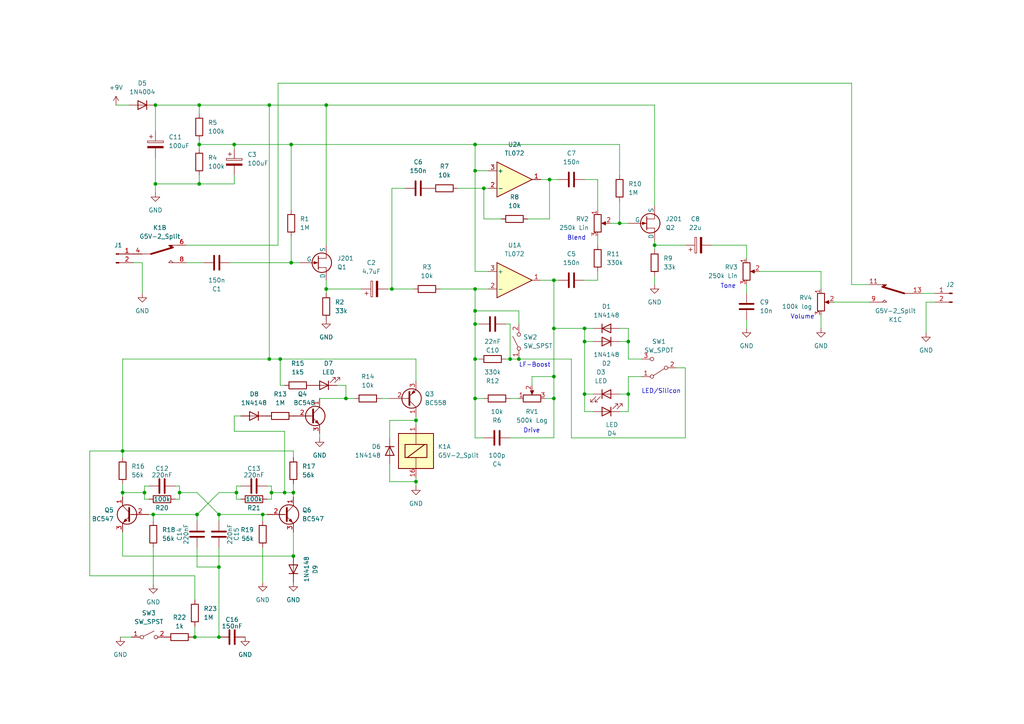
<source format=kicad_sch>
(kicad_sch (version 20230121) (generator eeschema)
  (paper "A4")
  (title_block (title "Bass Overdrive V1") (date "2023-07-23") (rev "2") (company "Dennis Gunia"))
  (lib_symbols
    (symbol "Amplifier_Operational:TL072" (pin_names (offset 0.127))
      (property "Reference" "U" (at 0 5.08 0))
      (property "Value" "TL072" (at 0 -5.08 0))
      (symbol "TL072_1_1"
        (polyline (pts (xy -5.08 5.08) (xy 5.08 0) (xy -5.08 -5.08) (xy -5.08 5.08)) (stroke (width 0.254)) (fill (type background)))
        (pin output line (at 7.62 0 180) (length 2.54) (name "~") (number "1"))
        (pin input line (at -7.62 -2.54 0) (length 2.54) (name "-") (number "2"))
        (pin input line (at -7.62 2.54 0) (length 2.54) (name "+") (number "3"))
      )
      (symbol "TL072_2_1"
        (polyline (pts (xy -5.08 5.08) (xy 5.08 0) (xy -5.08 -5.08) (xy -5.08 5.08)) (stroke (width 0.254)) (fill (type background)))
        (pin input line (at -7.62 2.54 0) (length 2.54) (name "+") (number "5"))
        (pin input line (at -7.62 -2.54 0) (length 2.54) (name "-") (number "6"))
        (pin output line (at 7.62 0 180) (length 2.54) (name "~") (number "7"))
      )
      (symbol "TL072_3_1"
        (pin power_in line (at -2.54 -7.62 90) (length 3.81) (name "V-") (number "4"))
        (pin power_in line (at -2.54 7.62 270) (length 3.81) (name "V+") (number "8"))
      )
    )
    (symbol "Connector:Conn_01x02_Pin" (pin_names (offset 1.016) hide)
      (property "Reference" "J" (at 0 2.54 0))
      (property "Value" "Conn_01x02_Pin" (at 0 -5.08 0))
      (symbol "Conn_01x02_Pin_1_1"
        (polyline (pts (xy 1.27 -2.54) (xy 0.8636 -2.54)) (stroke (width 0.1524)))
        (polyline (pts (xy 1.27 0) (xy 0.8636 0)) (stroke (width 0.1524)))
        (rectangle (start 0.8636 -2.413) (end 0 -2.667) (stroke (width 0.1524)) (fill (type outline)))
        (rectangle (start 0.8636 0.127) (end 0 -0.127) (stroke (width 0.1524)) (fill (type outline)))
        (pin passive line (at 5.08 0 180) (length 3.81) (name "Pin_1") (number "1"))
        (pin passive line (at 5.08 -2.54 180) (length 3.81) (name "Pin_2") (number "2"))
      )
    )
    (symbol "Device:C" (pin_numbers hide) (pin_names (offset 0.254))
      (property "Reference" "C" (at 0.635 2.54 0))
      (property "Value" "C" (at 0.635 -2.54 0))
      (symbol "C_0_1"
        (polyline (pts (xy -2.032 -0.762) (xy 2.032 -0.762)) (stroke (width 0.508)))
        (polyline (pts (xy -2.032 0.762) (xy 2.032 0.762)) (stroke (width 0.508)))
      )
      (symbol "C_1_1"
        (pin passive line (at 0 3.81 270) (length 2.794) (name "~") (number "1"))
        (pin passive line (at 0 -3.81 90) (length 2.794) (name "~") (number "2"))
      )
    )
    (symbol "Device:C_Polarized" (pin_numbers hide) (pin_names (offset 0.254))
      (property "Reference" "C" (at 0.635 2.54 0))
      (property "Value" "C_Polarized" (at 0.635 -2.54 0))
      (symbol "C_Polarized_0_1"
        (rectangle (start -2.286 0.508) (end 2.286 1.016))
        (polyline (pts (xy -1.778 2.286) (xy -0.762 2.286)))
        (polyline (pts (xy -1.27 2.794) (xy -1.27 1.778)))
        (rectangle (start 2.286 -0.508) (end -2.286 -1.016) (fill (type outline)))
      )
      (symbol "C_Polarized_1_1"
        (pin passive line (at 0 3.81 270) (length 2.794) (name "~") (number "1"))
        (pin passive line (at 0 -3.81 90) (length 2.794) (name "~") (number "2"))
      )
    )
    (symbol "Device:LED" (pin_numbers hide) (pin_names (offset 1.016) hide)
      (property "Reference" "D" (at 0 2.54 0))
      (property "Value" "LED" (at 0 -2.54 0))
      (symbol "LED_0_1"
        (polyline (pts (xy -1.27 -1.27) (xy -1.27 1.27)) (stroke (width 0.254)))
        (polyline (pts (xy -1.27 0) (xy 1.27 0)))
        (polyline (pts (xy 1.27 -1.27) (xy 1.27 1.27) (xy -1.27 0) (xy 1.27 -1.27)) (stroke (width 0.254)))
        (polyline (pts (xy -3.048 -0.762) (xy -4.572 -2.286) (xy -3.81 -2.286) (xy -4.572 -2.286) (xy -4.572 -1.524)))
        (polyline (pts (xy -1.778 -0.762) (xy -3.302 -2.286) (xy -2.54 -2.286) (xy -3.302 -2.286) (xy -3.302 -1.524)))
      )
      (symbol "LED_1_1"
        (pin passive line (at -3.81 0 0) (length 2.54) (name "K") (number "1"))
        (pin passive line (at 3.81 0 180) (length 2.54) (name "A") (number "2"))
      )
    )
    (symbol "Device:R" (pin_numbers hide) (pin_names (offset 0))
      (property "Reference" "R" (at 2.032 0 90))
      (property "Value" "R" (at 0 0 90))
      (symbol "R_0_1"
        (rectangle (start -1.016 -2.54) (end 1.016 2.54) (stroke (width 0.254)))
      )
      (symbol "R_1_1"
        (pin passive line (at 0 3.81 270) (length 1.27) (name "~") (number "1"))
        (pin passive line (at 0 -3.81 90) (length 1.27) (name "~") (number "2"))
      )
    )
    (symbol "Device:R_Potentiometer" (pin_names (offset 1.016) hide)
      (property "Reference" "RV" (at -4.445 0 90))
      (property "Value" "R_Potentiometer" (at -2.54 0 90))
      (symbol "R_Potentiometer_0_1"
        (polyline (pts (xy 2.54 0) (xy 1.524 0)))
        (polyline (pts (xy 1.143 0) (xy 2.286 0.508) (xy 2.286 -0.508) (xy 1.143 0)) (fill (type outline)))
        (rectangle (start 1.016 2.54) (end -1.016 -2.54) (stroke (width 0.254)))
      )
      (symbol "R_Potentiometer_1_1"
        (pin passive line (at 0 3.81 270) (length 1.27) (name "1") (number "1"))
        (pin passive line (at 3.81 0 180) (length 1.27) (name "2") (number "2"))
        (pin passive line (at 0 -3.81 90) (length 1.27) (name "3") (number "3"))
      )
    )
    (symbol "Diode:1N4004" (pin_numbers hide) (pin_names hide)
      (property "Reference" "D" (at 0 2.54 0))
      (property "Value" "1N4004" (at 0 -2.54 0))
      (symbol "1N4004_0_1"
        (polyline (pts (xy -1.27 1.27) (xy -1.27 -1.27)) (stroke (width 0.254)))
        (polyline (pts (xy 1.27 0) (xy -1.27 0)))
        (polyline (pts (xy 1.27 1.27) (xy 1.27 -1.27) (xy -1.27 0) (xy 1.27 1.27)) (stroke (width 0.254)))
      )
      (symbol "1N4004_1_1"
        (pin passive line (at -3.81 0 0) (length 2.54) (name "K") (number "1"))
        (pin passive line (at 3.81 0 180) (length 2.54) (name "A") (number "2"))
      )
    )
    (symbol "Diode:1N4148" (pin_numbers hide) (pin_names hide)
      (property "Reference" "D" (at 0 2.54 0))
      (property "Value" "1N4148" (at 0 -2.54 0))
      (symbol "1N4148_0_1"
        (polyline (pts (xy -1.27 1.27) (xy -1.27 -1.27)) (stroke (width 0.254)))
        (polyline (pts (xy 1.27 0) (xy -1.27 0)))
        (polyline (pts (xy 1.27 1.27) (xy 1.27 -1.27) (xy -1.27 0) (xy 1.27 1.27)) (stroke (width 0.254)))
      )
      (symbol "1N4148_1_1"
        (pin passive line (at -3.81 0 0) (length 2.54) (name "K") (number "1"))
        (pin passive line (at 3.81 0 180) (length 2.54) (name "A") (number "2"))
      )
    )
    (symbol "Relay:G5V-2_Split"
      (property "Reference" "K" (at 6.35 1.27 0))
      (property "Value" "G5V-2_Split" (at 6.35 -1.27 0))
      (symbol "G5V-2_Split_1_1"
        (rectangle (start -5.08 5.08) (end 5.08 -5.08) (stroke (width 0.254)) (fill (type background)))
        (rectangle (start -3.175 1.905) (end 3.175 -1.905) (stroke (width 0.254)))
        (polyline (pts (xy -2.54 -1.905) (xy 2.54 1.905)) (stroke (width 0.254)))
        (polyline (pts (xy 0 -5.08) (xy 0 -1.905)))
        (polyline (pts (xy 0 5.08) (xy 0 1.905)))
        (pin passive line (at 0 7.62 270) (length 2.54) (name "~") (number "1"))
        (pin passive line (at 0 -7.62 90) (length 2.54) (name "~") (number "16"))
      )
      (symbol "G5V-2_Split_2_1"
        (polyline (pts (xy 0 -2.54) (xy -1.905 3.81)) (stroke (width 0.508)))
        (polyline (pts (xy 0 -2.54) (xy 0 -5.08)))
        (polyline (pts (xy -2.54 5.08) (xy -2.54 2.54) (xy -1.905 3.175) (xy -2.54 3.81)) (fill (type outline)))
        (polyline (pts (xy 2.54 5.08) (xy 2.54 2.54) (xy 1.905 3.175) (xy 2.54 3.81)))
        (pin passive line (at 0 -7.62 90) (length 2.54) (name "~") (number "4"))
        (pin passive line (at -2.54 7.62 270) (length 2.54) (name "~") (number "6"))
        (pin passive line (at 2.54 7.62 270) (length 2.54) (name "~") (number "8"))
      )
      (symbol "G5V-2_Split_3_1"
        (polyline (pts (xy 0 -2.54) (xy -1.905 3.81)) (stroke (width 0.508)))
        (polyline (pts (xy 0 -2.54) (xy 0 -5.08)))
        (polyline (pts (xy -2.54 5.08) (xy -2.54 2.54) (xy -1.905 3.175) (xy -2.54 3.81)) (fill (type outline)))
        (polyline (pts (xy 2.54 5.08) (xy 2.54 2.54) (xy 1.905 3.175) (xy 2.54 3.81)))
        (pin passive line (at -2.54 7.62 270) (length 2.54) (name "~") (number "11"))
        (pin passive line (at 0 -7.62 90) (length 2.54) (name "~") (number "13"))
        (pin passive line (at 2.54 7.62 270) (length 2.54) (name "~") (number "9"))
      )
    )
    (symbol "Simulation_SPICE:NJFET" (pin_numbers hide) (pin_names (offset 0))
      (property "Reference" "Q" (at 5.08 1.27 0))
      (property "Value" "NJFET" (at 5.08 -1.27 0))
      (symbol "NJFET_0_1"
        (polyline (pts (xy 0.254 1.905) (xy 0.254 -1.905) (xy 0.254 -1.905)) (stroke (width 0.254)))
        (polyline (pts (xy 2.54 -2.54) (xy 2.54 -1.27) (xy 0.254 -1.27)))
        (polyline (pts (xy 2.54 2.54) (xy 2.54 1.397) (xy 0.254 1.397)))
        (polyline (pts (xy 0 0) (xy -1.016 0.381) (xy -1.016 -0.381) (xy 0 0)) (fill (type outline)))
        (circle (center 1.27 0) (radius 2.8194) (stroke (width 0.254)))
      )
      (symbol "NJFET_1_1"
        (pin passive line (at 2.54 5.08 270) (length 2.54) (name "D") (number "1"))
        (pin input line (at -5.08 0 0) (length 5.334) (name "G") (number "2"))
        (pin passive line (at 2.54 -5.08 90) (length 2.54) (name "S") (number "3"))
      )
    )
    (symbol "Switch:SW_SPDT" (pin_names (offset 0) hide)
      (property "Reference" "SW" (at 0 4.318 0))
      (property "Value" "SW_SPDT" (at 0 -5.08 0))
      (symbol "SW_SPDT_0_0"
        (circle (center -2.032 0) (radius 0.508))
        (circle (center 2.032 -2.54) (radius 0.508))
      )
      (symbol "SW_SPDT_0_1"
        (polyline (pts (xy -1.524 0.254) (xy 1.651 2.286)))
        (circle (center 2.032 2.54) (radius 0.508))
      )
      (symbol "SW_SPDT_1_1"
        (pin passive line (at 5.08 2.54 180) (length 2.54) (name "A") (number "1"))
        (pin passive line (at -5.08 0 0) (length 2.54) (name "B") (number "2"))
        (pin passive line (at 5.08 -2.54 180) (length 2.54) (name "C") (number "3"))
      )
    )
    (symbol "Switch:SW_SPST" (pin_names (offset 0) hide)
      (property "Reference" "SW" (at 0 3.175 0))
      (property "Value" "SW_SPST" (at 0 -2.54 0))
      (symbol "SW_SPST_0_0"
        (circle (center -2.032 0) (radius 0.508))
        (polyline (pts (xy -1.524 0.254) (xy 1.524 1.778)))
        (circle (center 2.032 0) (radius 0.508))
      )
      (symbol "SW_SPST_1_1"
        (pin passive line (at -5.08 0 0) (length 2.54) (name "A") (number "1"))
        (pin passive line (at 5.08 0 180) (length 2.54) (name "B") (number "2"))
      )
    )
    (symbol "Transistor_BJT:BC547" (pin_names (offset 0) hide)
      (property "Reference" "Q" (at 5.08 1.905 0))
      (property "Value" "BC547" (at 5.08 0 0))
      (symbol "BC547_0_1"
        (polyline (pts (xy 0 0) (xy 0.635 0)))
        (polyline (pts (xy 0.635 0.635) (xy 2.54 2.54)))
        (polyline (pts (xy 0.635 -0.635) (xy 2.54 -2.54) (xy 2.54 -2.54)))
        (polyline (pts (xy 0.635 1.905) (xy 0.635 -1.905) (xy 0.635 -1.905)) (stroke (width 0.508)))
        (polyline (pts (xy 1.27 -1.778) (xy 1.778 -1.27) (xy 2.286 -2.286) (xy 1.27 -1.778) (xy 1.27 -1.778)) (fill (type outline)))
        (circle (center 1.27 0) (radius 2.8194) (stroke (width 0.254)))
      )
      (symbol "BC547_1_1"
        (pin passive line (at 2.54 5.08 270) (length 2.54) (name "C") (number "1"))
        (pin input line (at -5.08 0 0) (length 5.08) (name "B") (number "2"))
        (pin passive line (at 2.54 -5.08 90) (length 2.54) (name "E") (number "3"))
      )
    )
    (symbol "Transistor_BJT:BC548" (pin_names (offset 0) hide)
      (property "Reference" "Q" (at 5.08 1.905 0))
      (property "Value" "BC548" (at 5.08 0 0))
      (symbol "BC548_0_1"
        (polyline (pts (xy 0 0) (xy 0.635 0)))
        (polyline (pts (xy 0.635 0.635) (xy 2.54 2.54)))
        (polyline (pts (xy 0.635 -0.635) (xy 2.54 -2.54) (xy 2.54 -2.54)))
        (polyline (pts (xy 0.635 1.905) (xy 0.635 -1.905) (xy 0.635 -1.905)) (stroke (width 0.508)))
        (polyline (pts (xy 1.27 -1.778) (xy 1.778 -1.27) (xy 2.286 -2.286) (xy 1.27 -1.778) (xy 1.27 -1.778)) (fill (type outline)))
        (circle (center 1.27 0) (radius 2.8194) (stroke (width 0.254)))
      )
      (symbol "BC548_1_1"
        (pin passive line (at 2.54 5.08 270) (length 2.54) (name "C") (number "1"))
        (pin input line (at -5.08 0 0) (length 5.08) (name "B") (number "2"))
        (pin passive line (at 2.54 -5.08 90) (length 2.54) (name "E") (number "3"))
      )
    )
    (symbol "Transistor_BJT:BC558" (pin_names (offset 0) hide)
      (property "Reference" "Q" (at 5.08 1.905 0))
      (property "Value" "BC558" (at 5.08 0 0))
      (symbol "BC558_0_1"
        (polyline (pts (xy 0.635 0.635) (xy 2.54 2.54)))
        (polyline (pts (xy 0.635 -0.635) (xy 2.54 -2.54) (xy 2.54 -2.54)))
        (polyline (pts (xy 0.635 1.905) (xy 0.635 -1.905) (xy 0.635 -1.905)) (stroke (width 0.508)))
        (polyline (pts (xy 2.286 -1.778) (xy 1.778 -2.286) (xy 1.27 -1.27) (xy 2.286 -1.778) (xy 2.286 -1.778)) (fill (type outline)))
        (circle (center 1.27 0) (radius 2.8194) (stroke (width 0.254)))
      )
      (symbol "BC558_1_1"
        (pin passive line (at 2.54 5.08 270) (length 2.54) (name "C") (number "1"))
        (pin input line (at -5.08 0 0) (length 5.715) (name "B") (number "2"))
        (pin passive line (at 2.54 -5.08 90) (length 2.54) (name "E") (number "3"))
      )
    )
    (symbol "power:+9V" (power) (pin_names (offset 0))
      (property "Value" "+9V" (at 0 3.556 0))
      (symbol "+9V_0_1"
        (polyline (pts (xy -0.762 1.27) (xy 0 2.54)))
        (polyline (pts (xy 0 0) (xy 0 2.54)))
        (polyline (pts (xy 0 2.54) (xy 0.762 1.27)))
      )
      (symbol "+9V_1_1"
        (pin power_in line (at 0 0 90) (length 0) hide (name "+9V") (number "1"))
      )
    )
    (symbol "power:GND" (power) (pin_names (offset 0))
      (property "Value" "GND" (at 0 -3.81 0))
      (symbol "GND_0_1"
        (polyline (pts (xy 0 0) (xy 0 -1.27) (xy 1.27 -1.27) (xy 0 -2.54) (xy -1.27 -1.27) (xy 0 -1.27)))
      )
      (symbol "GND_1_1"
        (pin power_in line (at 0 0 270) (length 0) hide (name "GND") (number "1"))
      )
    )
  )
  (junction (at 52.07 142.875))
  (junction (at 100.33 115.57))
  (junction (at 169.545 99.06))
  (junction (at 182.245 114.3))
  (junction (at 150.495 104.14))
  (junction (at 179.705 64.77))
  (junction (at 63.5 164.465))
  (junction (at 137.795 115.57))
  (junction (at 63.5 149.225))
  (junction (at 45.085 53.34))
  (junction (at 44.45 149.225))
  (junction (at 35.56 130.81))
  (junction (at 137.795 104.14))
  (junction (at 113.665 83.82))
  (junction (at 137.795 90.17))
  (junction (at 56.515 184.785))
  (junction (at 84.455 41.91))
  (junction (at 169.545 95.25))
  (junction (at 35.56 142.875))
  (junction (at 147.955 104.14))
  (junction (at 137.795 49.53))
  (junction (at 81.28 104.14))
  (junction (at 160.655 115.57))
  (junction (at 137.795 83.82))
  (junction (at 85.09 142.875))
  (junction (at 137.795 93.98))
  (junction (at 94.615 83.82))
  (junction (at 45.085 30.48))
  (junction (at 76.2 149.225))
  (junction (at 182.245 99.06))
  (junction (at 57.785 30.48))
  (junction (at 57.785 41.91))
  (junction (at 85.09 161.29))
  (junction (at 160.655 95.25))
  (junction (at 120.65 139.7))
  (junction (at 68.58 142.875))
  (junction (at 94.615 30.48))
  (junction (at 84.455 76.2))
  (junction (at 120.65 121.92))
  (junction (at 78.105 104.14))
  (junction (at 140.335 54.61))
  (junction (at 57.785 53.34))
  (junction (at 78.105 30.48))
  (junction (at 41.91 142.875))
  (junction (at 159.385 52.07))
  (junction (at 169.545 114.3))
  (junction (at 160.655 81.28))
  (junction (at 189.865 71.12))
  (junction (at 63.5 184.785))
  (junction (at 78.74 142.875))
  (junction (at 82.55 142.875))
  (junction (at 137.795 41.91))
  (junction (at 160.655 109.22))
  (junction (at 67.945 41.91))
  (junction (at 57.15 149.225))
  (wire (pts (xy 179.705 114.3) (xy 182.245 114.3)))
  (wire (pts (xy 113.03 139.7) (xy 113.03 134.62)))
  (wire (pts (xy 68.58 144.78) (xy 68.58 142.875)))
  (wire (pts (xy 186.055 104.14) (xy 182.245 104.14)))
  (wire (pts (xy 67.945 125.095) (xy 67.945 120.65)))
  (wire (pts (xy 33.655 30.48) (xy 37.465 30.48)))
  (wire (pts (xy 186.055 109.22) (xy 182.245 109.22)))
  (wire (pts (xy 182.245 109.22) (xy 182.245 114.3)))
  (wire (pts (xy 63.5 149.225) (xy 63.5 151.13)))
  (wire (pts (xy 63.5 149.225) (xy 76.2 149.225)))
  (wire (pts (xy 198.755 106.68) (xy 196.215 106.68)))
  (wire (pts (xy 169.545 52.07) (xy 173.355 52.07)))
  (wire (pts (xy 179.705 95.25) (xy 182.245 95.25)))
  (wire (pts (xy 26.035 130.81) (xy 35.56 130.81)))
  (wire (pts (xy 238.125 78.74) (xy 238.125 83.82)))
  (wire (pts (xy 173.355 81.28) (xy 173.355 78.74)))
  (wire (pts (xy 57.785 30.48) (xy 45.085 30.48)))
  (wire (pts (xy 78.74 140.97) (xy 78.74 142.875)))
  (wire (pts (xy 146.685 104.14) (xy 147.955 104.14)))
  (wire (pts (xy 179.705 58.42) (xy 179.705 64.77)))
  (wire (pts (xy 57.785 41.91) (xy 67.945 41.91)))
  (wire (pts (xy 173.355 52.07) (xy 173.355 60.96)))
  (wire (pts (xy 82.55 125.095) (xy 67.945 125.095)))
  (wire (pts (xy 160.655 81.28) (xy 161.925 81.28)))
  (wire (pts (xy 44.45 149.225) (xy 57.15 149.225)))
  (wire (pts (xy 137.795 93.98) (xy 137.795 104.14)))
  (wire (pts (xy 247.015 82.55) (xy 252.095 82.55)))
  (wire (pts (xy 56.515 173.99) (xy 56.515 167.005)))
  (wire (pts (xy 57.15 142.875) (xy 63.5 149.225)))
  (wire (pts (xy 271.145 85.09) (xy 267.335 85.09)))
  (wire (pts (xy 189.865 30.48) (xy 189.865 59.69)))
  (wire (pts (xy 92.71 115.57) (xy 100.33 115.57)))
  (wire (pts (xy 189.865 72.39) (xy 189.865 71.12)))
  (wire (pts (xy 45.085 45.72) (xy 45.085 53.34)))
  (wire (pts (xy 150.495 104.14) (xy 165.735 104.14)))
  (wire (pts (xy 150.495 93.98) (xy 150.495 90.17)))
  (wire (pts (xy 238.125 91.44) (xy 238.125 95.25)))
  (wire (pts (xy 84.455 76.2) (xy 86.995 76.2)))
  (wire (pts (xy 45.085 30.48) (xy 45.085 38.1)))
  (wire (pts (xy 66.675 76.2) (xy 84.455 76.2)))
  (wire (pts (xy 206.375 71.12) (xy 216.535 71.12)))
  (wire (pts (xy 137.795 104.14) (xy 137.795 115.57)))
  (wire (pts (xy 41.275 76.2) (xy 41.275 85.09)))
  (wire (pts (xy 53.975 76.2) (xy 59.055 76.2)))
  (wire (pts (xy 189.865 71.12) (xy 198.755 71.12)))
  (wire (pts (xy 120.65 139.7) (xy 113.03 139.7)))
  (wire (pts (xy 56.515 167.005) (xy 26.035 167.005)))
  (wire (pts (xy 97.79 111.76) (xy 100.33 111.76)))
  (wire (pts (xy 43.18 149.225) (xy 44.45 149.225)))
  (wire (pts (xy 57.785 53.34) (xy 67.945 53.34)))
  (wire (pts (xy 182.245 95.25) (xy 182.245 99.06)))
  (wire (pts (xy 268.605 87.63) (xy 268.605 96.52)))
  (wire (pts (xy 147.955 93.98) (xy 147.955 104.14)))
  (wire (pts (xy 94.615 83.82) (xy 94.615 81.28)))
  (wire (pts (xy 160.655 115.57) (xy 160.655 127)))
  (wire (pts (xy 137.795 83.82) (xy 137.795 90.17)))
  (wire (pts (xy 35.56 140.335) (xy 35.56 142.875)))
  (wire (pts (xy 160.655 95.25) (xy 160.655 109.22)))
  (wire (pts (xy 165.735 127) (xy 198.755 127)))
  (wire (pts (xy 43.18 140.97) (xy 41.91 140.97)))
  (wire (pts (xy 63.5 184.785) (xy 63.5 164.465)))
  (wire (pts (xy 35.56 142.875) (xy 35.56 144.145)))
  (wire (pts (xy 56.515 184.785) (xy 63.5 184.785)))
  (wire (pts (xy 41.91 142.875) (xy 41.91 144.78)))
  (wire (pts (xy 169.545 114.3) (xy 169.545 99.06)))
  (wire (pts (xy 172.085 119.38) (xy 169.545 119.38)))
  (wire (pts (xy 41.91 144.78) (xy 43.18 144.78)))
  (wire (pts (xy 100.33 111.76) (xy 100.33 115.57)))
  (wire (pts (xy 137.795 49.53) (xy 137.795 78.74)))
  (wire (pts (xy 78.105 30.48) (xy 94.615 30.48)))
  (wire (pts (xy 127.635 83.82) (xy 137.795 83.82)))
  (wire (pts (xy 182.245 99.06) (xy 179.705 99.06)))
  (wire (pts (xy 38.735 76.2) (xy 41.275 76.2)))
  (wire (pts (xy 76.2 151.13) (xy 76.2 149.225)))
  (wire (pts (xy 113.665 83.82) (xy 113.665 54.61)))
  (wire (pts (xy 57.15 164.465) (xy 63.5 164.465)))
  (wire (pts (xy 110.49 115.57) (xy 113.03 115.57)))
  (wire (pts (xy 68.58 142.875) (xy 68.58 140.97)))
  (wire (pts (xy 153.035 63.5) (xy 159.385 63.5)))
  (wire (pts (xy 169.545 81.28) (xy 173.355 81.28)))
  (wire (pts (xy 81.28 104.14) (xy 81.28 111.76)))
  (wire (pts (xy 113.665 54.61) (xy 117.475 54.61)))
  (wire (pts (xy 80.645 71.12) (xy 80.645 24.13)))
  (wire (pts (xy 92.71 127) (xy 92.71 125.73)))
  (wire (pts (xy 77.47 140.97) (xy 78.74 140.97)))
  (wire (pts (xy 137.795 115.57) (xy 137.795 127)))
  (wire (pts (xy 150.495 90.17) (xy 137.795 90.17)))
  (wire (pts (xy 80.645 24.13) (xy 247.015 24.13)))
  (wire (pts (xy 56.515 181.61) (xy 56.515 184.785)))
  (wire (pts (xy 120.65 104.14) (xy 120.65 110.49)))
  (wire (pts (xy 189.865 82.55) (xy 189.865 80.01)))
  (wire (pts (xy 159.385 63.5) (xy 159.385 52.07)))
  (wire (pts (xy 52.07 142.875) (xy 52.07 140.97)))
  (wire (pts (xy 81.28 104.14) (xy 120.65 104.14)))
  (wire (pts (xy 78.105 30.48) (xy 78.105 104.14)))
  (wire (pts (xy 179.705 41.91) (xy 179.705 50.8)))
  (wire (pts (xy 182.245 114.3) (xy 182.245 119.38)))
  (wire (pts (xy 172.085 114.3) (xy 169.545 114.3)))
  (wire (pts (xy 220.345 78.74) (xy 238.125 78.74)))
  (wire (pts (xy 160.655 109.22) (xy 160.655 115.57)))
  (wire (pts (xy 216.535 85.09) (xy 216.535 82.55)))
  (wire (pts (xy 137.795 115.57) (xy 140.335 115.57)))
  (wire (pts (xy 271.145 87.63) (xy 268.605 87.63)))
  (wire (pts (xy 84.455 68.58) (xy 84.455 76.2)))
  (wire (pts (xy 241.935 87.63) (xy 252.095 87.63)))
  (wire (pts (xy 113.03 127) (xy 113.03 121.92)))
  (wire (pts (xy 63.5 164.465) (xy 63.5 158.75)))
  (wire (pts (xy 85.09 140.335) (xy 85.09 142.875)))
  (wire (pts (xy 94.615 83.82) (xy 104.775 83.82)))
  (wire (pts (xy 35.56 130.81) (xy 35.56 132.715)))
  (wire (pts (xy 160.655 95.25) (xy 169.545 95.25)))
  (wire (pts (xy 146.685 93.98) (xy 147.955 93.98)))
  (wire (pts (xy 55.88 184.785) (xy 56.515 184.785)))
  (wire (pts (xy 158.115 115.57) (xy 160.655 115.57)))
  (wire (pts (xy 57.15 149.225) (xy 57.15 151.13)))
  (wire (pts (xy 132.715 54.61) (xy 140.335 54.61)))
  (wire (pts (xy 156.845 81.28) (xy 160.655 81.28)))
  (wire (pts (xy 100.33 115.57) (xy 102.87 115.57)))
  (wire (pts (xy 85.09 161.29) (xy 85.09 154.305)))
  (wire (pts (xy 53.975 71.12) (xy 80.645 71.12)))
  (wire (pts (xy 76.2 168.91) (xy 76.2 158.75)))
  (wire (pts (xy 85.09 132.715) (xy 85.09 130.81)))
  (wire (pts (xy 120.65 121.92) (xy 120.65 120.65)))
  (wire (pts (xy 78.74 144.78) (xy 77.47 144.78)))
  (wire (pts (xy 137.795 49.53) (xy 141.605 49.53)))
  (wire (pts (xy 76.2 149.225) (xy 77.47 149.225)))
  (wire (pts (xy 120.65 140.97) (xy 120.65 139.7)))
  (wire (pts (xy 45.085 53.34) (xy 57.785 53.34)))
  (wire (pts (xy 140.335 54.61) (xy 140.335 63.5)))
  (wire (pts (xy 52.07 142.875) (xy 57.15 142.875)))
  (wire (pts (xy 160.655 127) (xy 147.955 127)))
  (wire (pts (xy 113.03 121.92) (xy 120.65 121.92)))
  (wire (pts (xy 67.945 53.34) (xy 67.945 50.8)))
  (wire (pts (xy 82.55 142.875) (xy 85.09 142.875)))
  (wire (pts (xy 113.665 83.82) (xy 120.015 83.82)))
  (wire (pts (xy 57.785 50.8) (xy 57.785 53.34)))
  (wire (pts (xy 68.58 140.97) (xy 69.85 140.97)))
  (wire (pts (xy 41.91 140.97) (xy 41.91 142.875)))
  (wire (pts (xy 78.105 104.14) (xy 81.28 104.14)))
  (wire (pts (xy 35.56 154.305) (xy 35.56 161.29)))
  (wire (pts (xy 159.385 52.07) (xy 156.845 52.07)))
  (wire (pts (xy 85.09 142.875) (xy 85.09 144.145)))
  (wire (pts (xy 57.785 41.91) (xy 57.785 43.18)))
  (wire (pts (xy 137.795 41.91) (xy 179.705 41.91)))
  (wire (pts (xy 120.65 121.92) (xy 120.65 123.19)))
  (wire (pts (xy 41.91 142.875) (xy 35.56 142.875)))
  (wire (pts (xy 247.015 24.13) (xy 247.015 82.55)))
  (wire (pts (xy 52.07 140.97) (xy 50.8 140.97)))
  (wire (pts (xy 154.305 111.76) (xy 154.305 109.22)))
  (wire (pts (xy 67.945 41.91) (xy 84.455 41.91)))
  (wire (pts (xy 182.245 104.14) (xy 182.245 99.06)))
  (wire (pts (xy 78.74 142.875) (xy 82.55 142.875)))
  (wire (pts (xy 160.655 81.28) (xy 160.655 95.25)))
  (wire (pts (xy 94.615 30.48) (xy 189.865 30.48)))
  (wire (pts (xy 216.535 95.25) (xy 216.535 92.71)))
  (wire (pts (xy 44.45 169.545) (xy 44.45 158.75)))
  (wire (pts (xy 172.085 99.06) (xy 169.545 99.06)))
  (wire (pts (xy 159.385 52.07) (xy 161.925 52.07)))
  (wire (pts (xy 57.15 158.75) (xy 57.15 164.465)))
  (wire (pts (xy 78.74 142.875) (xy 78.74 144.78)))
  (wire (pts (xy 26.035 167.005) (xy 26.035 130.81)))
  (wire (pts (xy 34.925 184.785) (xy 38.1 184.785)))
  (wire (pts (xy 140.335 54.61) (xy 141.605 54.61)))
  (wire (pts (xy 57.785 33.02) (xy 57.785 30.48)))
  (wire (pts (xy 137.795 78.74) (xy 141.605 78.74)))
  (wire (pts (xy 94.615 30.48) (xy 94.615 71.12)))
  (wire (pts (xy 137.795 93.98) (xy 139.065 93.98)))
  (wire (pts (xy 84.455 41.91) (xy 84.455 60.96)))
  (wire (pts (xy 154.305 109.22) (xy 160.655 109.22)))
  (wire (pts (xy 84.455 41.91) (xy 137.795 41.91)))
  (wire (pts (xy 94.615 85.09) (xy 94.615 83.82)))
  (wire (pts (xy 44.45 149.225) (xy 44.45 151.13)))
  (wire (pts (xy 169.545 119.38) (xy 169.545 114.3)))
  (wire (pts (xy 50.8 144.78) (xy 52.07 144.78)))
  (wire (pts (xy 165.735 104.14) (xy 165.735 127)))
  (wire (pts (xy 63.5 142.875) (xy 57.15 149.225)))
  (wire (pts (xy 85.09 130.81) (xy 35.56 130.81)))
  (wire (pts (xy 69.85 144.78) (xy 68.58 144.78)))
  (wire (pts (xy 179.705 64.77) (xy 177.165 64.77)))
  (wire (pts (xy 35.56 130.81) (xy 35.56 104.14)))
  (wire (pts (xy 81.28 111.76) (xy 82.55 111.76)))
  (wire (pts (xy 35.56 104.14) (xy 78.105 104.14)))
  (wire (pts (xy 198.755 127) (xy 198.755 106.68)))
  (wire (pts (xy 137.795 127) (xy 140.335 127)))
  (wire (pts (xy 173.355 71.12) (xy 173.355 68.58)))
  (wire (pts (xy 57.785 30.48) (xy 78.105 30.48)))
  (wire (pts (xy 137.795 90.17) (xy 137.795 93.98)))
  (wire (pts (xy 169.545 99.06) (xy 169.545 95.25)))
  (wire (pts (xy 67.945 120.65) (xy 69.85 120.65)))
  (wire (pts (xy 137.795 104.14) (xy 139.065 104.14)))
  (wire (pts (xy 216.535 71.12) (xy 216.535 74.93)))
  (wire (pts (xy 45.085 53.34) (xy 45.085 55.88)))
  (wire (pts (xy 137.795 41.91) (xy 137.795 49.53)))
  (wire (pts (xy 82.55 142.875) (xy 82.55 125.095)))
  (wire (pts (xy 67.945 41.91) (xy 67.945 43.18)))
  (wire (pts (xy 52.07 144.78) (xy 52.07 142.875)))
  (wire (pts (xy 147.955 115.57) (xy 150.495 115.57)))
  (wire (pts (xy 120.65 139.7) (xy 120.65 138.43)))
  (wire (pts (xy 63.5 142.875) (xy 68.58 142.875)))
  (wire (pts (xy 35.56 161.29) (xy 85.09 161.29)))
  (wire (pts (xy 147.955 104.14) (xy 150.495 104.14)))
  (wire (pts (xy 112.395 83.82) (xy 113.665 83.82)))
  (wire (pts (xy 182.245 119.38) (xy 179.705 119.38)))
  (wire (pts (xy 169.545 95.25) (xy 172.085 95.25)))
  (wire (pts (xy 137.795 83.82) (xy 141.605 83.82)))
  (wire (pts (xy 57.785 40.64) (xy 57.785 41.91)))
  (wire (pts (xy 189.865 71.12) (xy 189.865 69.85)))
  (wire (pts (xy 182.245 64.77) (xy 179.705 64.77)))
  (wire (pts (xy 140.335 63.5) (xy 145.415 63.5)))
  (text "Drive" (at 151.765 125.73 0) (effects (font (size 1.27 1.27)) (justify left bottom)))
  (text "LF-Boost" (at 150.495 106.68 0) (effects (font (size 1.27 1.27)) (justify left bottom)))
  (text "Tone" (at 208.915 83.82 0) (effects (font (size 1.27 1.27)) (justify left bottom)))
  (text "Blend" (at 164.465 69.85 0) (effects (font (size 1.27 1.27)) (justify left bottom)))
  (text "LED/Silicon" (at 186.055 114.3 0) (effects (font (size 1.27 1.27)) (justify left bottom)))
  (text "Volume" (at 229.235 92.71 0) (effects (font (size 1.27 1.27)) (justify left bottom)))
  (symbol (lib_id "Device:R") (at 46.99 144.78 90) (unit 1)
    (property "Reference" "R20" (at 46.99 147.32 90))
    (property "Value" "100k" (at 46.99 144.78 90))
  )
  (symbol (lib_id "Device:R") (at 149.225 63.5 90) (unit 1)
    (property "Reference" "R8" (at 149.225 57.15 90))
    (property "Value" "10k" (at 149.225 59.69 90))
  )
  (symbol (lib_id "power:GND") (at 76.2 168.91 0) (unit 1)
    (property "Reference" "#PWR09" (effects hide))
    (property "Value" "GND" (at 76.2 173.99 0))
  )
  (symbol (lib_id "Relay:G5V-2_Split") (at 46.355 73.66 270) (unit 2)
    (property "Reference" "K1" (at 46.355 66.04 90))
    (property "Value" "G5V-2_Split" (at 46.355 68.58 90))
    (property "Footprint" "Relay_THT:Relay_DPDT_Omron_G5V-2" (effects hide))
    (property "Datasheet" "http://omronfs.omron.com/en_US/ecb/products/pdf/en-g5v_2.pdf" (effects hide))
  )
  (symbol (lib_id "Device:C") (at 57.15 154.94 0) (mirror x) (unit 1)
    (property "Reference" "C14" (at 52.07 154.94 90))
    (property "Value" "220nF" (at 53.975 154.94 90))
  )
  (symbol (lib_id "Connector:Conn_01x02_Pin") (at 276.225 85.09 0) (mirror y) (unit 1)
    (property "Reference" "J2" (at 275.59 82.55 0))
    (property "Value" "Conn_01x02_Pin" (effects hide))
  )
  (symbol (lib_id "Transistor_BJT:BC548") (at 90.17 120.65 0) (unit 1)
    (property "Reference" "Q4" (at 86.36 114.3 0) (effects (justify left)))
    (property "Value" "BC548" (at 85.09 116.84 0) (effects (justify left)))
    (property "Footprint" "Package_TO_SOT_THT:TO-92_Inline" (effects hide))
    (property "Datasheet" "https://www.onsemi.com/pub/Collateral/BC550-D.pdf" (effects hide))
  )
  (symbol (lib_id "Device:LED") (at 175.895 114.3 0) (unit 1)
    (property "Reference" "D3" (at 174.3075 107.95 0))
    (property "Value" "LED" (at 174.3075 110.49 0))
  )
  (symbol (lib_id "Device:C") (at 121.285 54.61 90) (unit 1)
    (property "Reference" "C6" (at 121.285 46.99 90))
    (property "Value" "150n" (at 121.285 49.53 90))
  )
  (symbol (lib_id "Device:C") (at 62.865 76.2 90) (mirror x) (unit 1)
    (property "Reference" "C1" (at 62.865 83.82 90))
    (property "Value" "150n" (at 62.865 81.28 90))
  )
  (symbol (lib_id "Device:R") (at 44.45 154.94 180) (unit 1)
    (property "Reference" "R18" (at 46.99 153.67 0) (effects (justify right)))
    (property "Value" "56k" (at 46.99 156.21 0) (effects (justify right)))
  )
  (symbol (lib_id "Device:R") (at 142.875 104.14 270) (mirror x) (unit 1)
    (property "Reference" "R12" (at 142.875 110.49 90))
    (property "Value" "330k" (at 142.875 107.95 90))
  )
  (symbol (lib_id "Device:R") (at 123.825 83.82 90) (unit 1)
    (property "Reference" "R3" (at 123.825 77.47 90))
    (property "Value" "10k" (at 123.825 80.01 90))
  )
  (symbol (lib_id "Device:C") (at 73.66 140.97 270) (unit 1)
    (property "Reference" "C13" (at 73.66 135.89 90))
    (property "Value" "220nF" (at 73.66 137.795 90))
  )
  (symbol (lib_id "power:GND") (at 94.615 92.71 0) (unit 1)
    (property "Reference" "#PWR03" (effects hide))
    (property "Value" "GND" (at 94.615 97.79 0))
  )
  (symbol (lib_id "Device:R") (at 73.66 144.78 270) (mirror x) (unit 1)
    (property "Reference" "R21" (at 73.66 147.32 90))
    (property "Value" "100k" (at 73.66 144.78 90))
  )
  (symbol (lib_id "Device:C") (at 216.535 88.9 180) (unit 1)
    (property "Reference" "C9" (at 220.345 87.63 0) (effects (justify right)))
    (property "Value" "10n" (at 220.345 90.17 0) (effects (justify right)))
  )
  (symbol (lib_id "Device:LED") (at 175.895 119.38 180) (unit 1)
    (property "Reference" "D4" (at 177.4825 125.73 0))
    (property "Value" "LED" (at 177.4825 123.19 0))
  )
  (symbol (lib_id "Device:R") (at 56.515 177.8 0) (unit 1)
    (property "Reference" "R23" (at 59.055 176.53 0) (effects (justify left)))
    (property "Value" "1M" (at 59.055 179.07 0) (effects (justify left)))
  )
  (symbol (lib_id "Device:R") (at 128.905 54.61 90) (unit 1)
    (property "Reference" "R7" (at 128.905 48.26 90))
    (property "Value" "10k" (at 128.905 50.8 90))
  )
  (symbol (lib_id "power:+9V") (at 33.655 30.48 0) (unit 1)
    (property "Reference" "#PWR07" (effects hide))
    (property "Value" "+9V" (at 33.655 25.4 0))
  )
  (symbol (lib_id "Device:R") (at 189.865 76.2 0) (unit 1)
    (property "Reference" "R9" (at 192.405 74.93 0) (effects (justify left)))
    (property "Value" "33k" (at 192.405 77.47 0) (effects (justify left)))
  )
  (symbol (lib_id "power:GND") (at 41.275 85.09 0) (unit 1)
    (property "Reference" "#PWR01" (effects hide))
    (property "Value" "GND" (at 41.275 90.17 0))
  )
  (symbol (lib_id "Device:R") (at 81.28 120.65 90) (unit 1)
    (property "Reference" "R13" (at 81.28 114.3 90))
    (property "Value" "1M" (at 81.28 116.84 90))
  )
  (symbol (lib_id "Device:R_Potentiometer") (at 173.355 64.77 0) (unit 1)
    (property "Reference" "RV2" (at 170.815 63.5 0) (effects (justify right)))
    (property "Value" "250k Lin" (at 170.815 66.04 0) (effects (justify right)))
  )
  (symbol (lib_id "Device:R") (at 106.68 115.57 90) (unit 1)
    (property "Reference" "R14" (at 106.68 109.22 90))
    (property "Value" "10k" (at 106.68 111.76 90))
  )
  (symbol (lib_id "Device:C") (at 67.31 184.785 270) (unit 1)
    (property "Reference" "C16" (at 67.31 179.705 90))
    (property "Value" "150nF" (at 67.31 181.61 90))
  )
  (symbol (lib_id "Device:R") (at 57.785 46.99 0) (unit 1)
    (property "Reference" "R4" (at 60.325 45.72 0) (effects (justify left)))
    (property "Value" "100k" (at 60.325 48.26 0) (effects (justify left)))
  )
  (symbol (lib_id "Transistor_BJT:BC558") (at 118.11 115.57 0) (mirror x) (unit 1)
    (property "Reference" "Q3" (at 123.19 114.3 0) (effects (justify left)))
    (property "Value" "BC558" (at 123.19 116.84 0) (effects (justify left)))
    (property "Footprint" "Package_TO_SOT_THT:TO-92_Inline" (effects hide))
    (property "Datasheet" "https://www.onsemi.com/pub/Collateral/BC556BTA-D.pdf" (effects hide))
  )
  (symbol (lib_id "Device:C_Polarized") (at 45.085 41.91 0) (unit 1)
    (property "Reference" "C11" (at 48.895 39.751 0) (effects (justify left)))
    (property "Value" "100uF" (at 48.895 42.291 0) (effects (justify left)))
  )
  (symbol (lib_id "Device:C") (at 165.735 52.07 90) (unit 1)
    (property "Reference" "C7" (at 165.735 44.45 90))
    (property "Value" "150n" (at 165.735 46.99 90))
  )
  (symbol (lib_id "Device:C") (at 142.875 93.98 90) (mirror x) (unit 1)
    (property "Reference" "C10" (at 142.875 101.6 90))
    (property "Value" "22nF" (at 142.875 99.06 90))
  )
  (symbol (lib_id "Simulation_SPICE:NJFET") (at 92.075 76.2 0) (mirror x) (unit 1)
    (property "Reference" "Q1" (at 97.79 77.47 0) (effects (justify left)))
    (property "Value" "J201" (at 97.79 74.93 0) (effects (justify left)))
    (property "Sim.Device" "NJFET" (effects hide))
    (property "Sim.Type" "SHICHMANHODGES" (effects hide))
    (property "Sim.Pins" "1=D 2=G 3=S" (effects hide))
  )
  (symbol (lib_id "Amplifier_Operational:TL072") (at 149.225 81.28 0) (unit 1)
    (property "Reference" "U1" (at 149.225 71.12 0))
    (property "Value" "TL072" (at 149.225 73.66 0))
    (property "Datasheet" "http://www.ti.com/lit/ds/symlink/tl071.pdf" (effects hide))
  )
  (symbol (lib_id "Device:R") (at 179.705 54.61 180) (unit 1)
    (property "Reference" "R10" (at 182.245 53.34 0) (effects (justify right)))
    (property "Value" "1M" (at 182.245 55.88 0) (effects (justify right)))
  )
  (symbol (lib_id "Device:R") (at 84.455 64.77 180) (unit 1)
    (property "Reference" "R1" (at 86.995 63.5 0) (effects (justify right)))
    (property "Value" "1M" (at 86.995 66.04 0) (effects (justify right)))
  )
  (symbol (lib_id "Diode:1N4148") (at 175.895 95.25 0) (unit 1)
    (property "Reference" "D1" (at 175.895 88.9 0))
    (property "Value" "1N4148" (at 175.895 91.44 0))
    (property "Footprint" "Diode_THT:D_DO-35_SOD27_P7.62mm_Horizontal" (effects hide))
    (property "Datasheet" "https://assets.nexperia.com/documents/data-sheet/1N4148_1N4448.pdf" (effects hide))
    (property "Sim.Device" "D" (effects hide))
    (property "Sim.Pins" "1=K 2=A" (effects hide))
  )
  (symbol (lib_id "Device:C") (at 63.5 154.94 180) (unit 1)
    (property "Reference" "C15" (at 68.58 154.94 90))
    (property "Value" "220nF" (at 66.675 154.94 90))
  )
  (symbol (lib_id "Diode:1N4148") (at 113.03 130.81 270) (unit 1)
    (property "Reference" "D6" (at 110.49 129.54 90) (effects (justify right)))
    (property "Value" "1N4148" (at 110.49 132.08 90) (effects (justify right)))
    (property "Footprint" "Diode_THT:D_DO-35_SOD27_P7.62mm_Horizontal" (effects hide))
    (property "Datasheet" "https://assets.nexperia.com/documents/data-sheet/1N4148_1N4448.pdf" (effects hide))
    (property "Sim.Device" "D" (effects hide))
    (property "Sim.Pins" "1=K 2=A" (effects hide))
  )
  (symbol (lib_id "Diode:1N4148") (at 175.895 99.06 180) (unit 1)
    (property "Reference" "D2" (at 175.895 105.41 0))
    (property "Value" "1N4148" (at 175.895 102.87 0))
    (property "Footprint" "Diode_THT:D_DO-35_SOD27_P7.62mm_Horizontal" (effects hide))
    (property "Datasheet" "https://assets.nexperia.com/documents/data-sheet/1N4148_1N4448.pdf" (effects hide))
    (property "Sim.Device" "D" (effects hide))
    (property "Sim.Pins" "1=K 2=A" (effects hide))
  )
  (symbol (lib_id "Transistor_BJT:BC547") (at 82.55 149.225 0) (unit 1)
    (property "Reference" "Q6" (at 87.63 147.955 0) (effects (justify left)))
    (property "Value" "BC547" (at 87.63 150.495 0) (effects (justify left)))
    (property "Footprint" "Package_TO_SOT_THT:TO-92_Inline" (effects hide))
    (property "Datasheet" "https://www.onsemi.com/pub/Collateral/BC550-D.pdf" (effects hide))
  )
  (symbol (lib_id "power:GND") (at 189.865 82.55 0) (unit 1)
    (property "Reference" "#PWR08" (effects hide))
    (property "Value" "GND" (at 189.865 87.63 0))
  )
  (symbol (lib_id "Device:R") (at 35.56 136.525 180) (unit 1)
    (property "Reference" "R16" (at 38.1 135.255 0) (effects (justify right)))
    (property "Value" "56k" (at 38.1 137.795 0) (effects (justify right)))
  )
  (symbol (lib_id "Device:R_Potentiometer") (at 154.305 115.57 90) (unit 1)
    (property "Reference" "RV1" (at 154.305 119.38 90))
    (property "Value" "500k Log" (at 154.305 121.92 90))
  )
  (symbol (lib_id "Device:C_Polarized") (at 108.585 83.82 90) (unit 1)
    (property "Reference" "C2" (at 107.696 76.2 90))
    (property "Value" "4.7uF" (at 107.696 78.74 90))
  )
  (symbol (lib_id "Device:C_Polarized") (at 202.565 71.12 90) (unit 1)
    (property "Reference" "C8" (at 201.676 63.5 90))
    (property "Value" "22u" (at 201.676 66.04 90))
  )
  (symbol (lib_id "Device:R") (at 144.145 115.57 90) (mirror x) (unit 1)
    (property "Reference" "R6" (at 144.145 121.92 90))
    (property "Value" "10k" (at 144.145 119.38 90))
  )
  (symbol (lib_id "Device:R") (at 76.2 154.94 0) (mirror x) (unit 1)
    (property "Reference" "R19" (at 73.66 153.67 0) (effects (justify right)))
    (property "Value" "56k" (at 73.66 156.21 0) (effects (justify right)))
  )
  (symbol (lib_id "Device:R_Potentiometer") (at 238.125 87.63 0) (unit 1)
    (property "Reference" "RV4" (at 235.585 86.36 0) (effects (justify right)))
    (property "Value" "100k log" (at 235.585 88.9 0) (effects (justify right)))
  )
  (symbol (lib_id "Device:R_Potentiometer") (at 216.535 78.74 0) (unit 1)
    (property "Reference" "RV3" (at 213.995 77.47 0) (effects (justify right)))
    (property "Value" "250k Lin" (at 213.995 80.01 0) (effects (justify right)))
  )
  (symbol (lib_id "Device:C") (at 144.145 127 90) (mirror x) (unit 1)
    (property "Reference" "C4" (at 144.145 134.62 90))
    (property "Value" "100p" (at 144.145 132.08 90))
  )
  (symbol (lib_id "Device:R") (at 52.07 184.785 270) (unit 1)
    (property "Reference" "R22" (at 52.07 179.07 90))
    (property "Value" "1k" (at 52.07 181.61 90))
  )
  (symbol (lib_id "Switch:SW_SPDT") (at 191.135 106.68 180) (unit 1)
    (property "Reference" "SW1" (at 191.135 99.06 0))
    (property "Value" "SW_SPDT" (at 191.135 101.6 0))
  )
  (symbol (lib_id "power:GND") (at 34.925 184.785 0) (unit 1)
    (property "Reference" "#PWR014" (effects hide))
    (property "Value" "GND" (at 34.925 189.865 0))
  )
  (symbol (lib_id "power:GND") (at 71.12 184.785 0) (unit 1)
    (property "Reference" "#PWR015" (effects hide))
    (property "Value" "GND" (at 71.12 189.865 0))
  )
  (symbol (lib_id "Diode:1N4148") (at 85.09 165.1 90) (unit 1)
    (property "Reference" "D9" (at 91.44 163.83 0) (effects (justify right)))
    (property "Value" "1N4148" (at 88.9 161.29 0) (effects (justify right)))
    (property "Footprint" "Diode_THT:D_DO-35_SOD27_P7.62mm_Horizontal" (effects hide))
    (property "Datasheet" "https://assets.nexperia.com/documents/data-sheet/1N4148_1N4448.pdf" (effects hide))
    (property "Sim.Device" "D" (effects hide))
    (property "Sim.Pins" "1=K 2=A" (effects hide))
  )
  (symbol (lib_id "Device:R") (at 57.785 36.83 0) (unit 1)
    (property "Reference" "R5" (at 60.325 35.56 0) (effects (justify left)))
    (property "Value" "100k" (at 60.325 38.1 0) (effects (justify left)))
  )
  (symbol (lib_id "Switch:SW_SPST") (at 43.18 184.785 0) (unit 1)
    (property "Reference" "SW3" (at 43.18 177.8 0))
    (property "Value" "SW_SPST" (at 43.18 180.34 0))
  )
  (symbol (lib_id "Amplifier_Operational:TL072") (at 149.225 52.07 0) (unit 1)
    (property "Reference" "U2" (at 149.225 41.91 0))
    (property "Value" "TL072" (at 149.225 44.45 0))
    (property "Datasheet" "http://www.ti.com/lit/ds/symlink/tl071.pdf" (effects hide))
  )
  (symbol (lib_id "Device:R") (at 94.615 88.9 0) (unit 1)
    (property "Reference" "R2" (at 97.155 87.63 0) (effects (justify left)))
    (property "Value" "33k" (at 97.155 90.17 0) (effects (justify left)))
  )
  (symbol (lib_id "power:GND") (at 92.71 127 0) (unit 1)
    (property "Reference" "#PWR04" (effects hide))
    (property "Value" "GND" (at 92.71 132.08 0))
  )
  (symbol (lib_id "power:GND") (at 120.65 140.97 0) (unit 1)
    (property "Reference" "#PWR02" (effects hide))
    (property "Value" "GND" (at 120.65 146.05 0))
  )
  (symbol (lib_id "Simulation_SPICE:NJFET") (at 187.325 64.77 0) (mirror x) (unit 1)
    (property "Reference" "Q2" (at 193.04 66.04 0) (effects (justify left)))
    (property "Value" "J201" (at 193.04 63.5 0) (effects (justify left)))
    (property "Sim.Device" "NJFET" (effects hide))
    (property "Sim.Type" "SHICHMANHODGES" (effects hide))
    (property "Sim.Pins" "1=D 2=G 3=S" (effects hide))
  )
  (symbol (lib_id "power:GND") (at 268.605 96.52 0) (mirror y) (unit 1)
    (property "Reference" "#PWR012" (effects hide))
    (property "Value" "GND" (at 268.605 101.6 0))
  )
  (symbol (lib_id "Device:C") (at 46.99 140.97 90) (mirror x) (unit 1)
    (property "Reference" "C12" (at 46.99 135.89 90))
    (property "Value" "220nF" (at 46.99 137.795 90))
  )
  (symbol (lib_id "power:GND") (at 45.085 55.88 0) (unit 1)
    (property "Reference" "#PWR05" (effects hide))
    (property "Value" "GND" (at 45.085 60.96 0))
  )
  (symbol (lib_id "Relay:G5V-2_Split") (at 259.715 85.09 90) (mirror x) (unit 3)
    (property "Reference" "K1" (at 259.715 92.71 90))
    (property "Value" "G5V-2_Split" (at 259.715 90.17 90))
    (property "Footprint" "Relay_THT:Relay_DPDT_Omron_G5V-2" (effects hide))
    (property "Datasheet" "http://omronfs.omron.com/en_US/ecb/products/pdf/en-g5v_2.pdf" (effects hide))
  )
  (symbol (lib_id "Switch:SW_SPST") (at 150.495 99.06 90) (unit 1)
    (property "Reference" "SW2" (at 151.765 97.79 90) (effects (justify right)))
    (property "Value" "SW_SPST" (at 151.765 100.33 90) (effects (justify right)))
  )
  (symbol (lib_id "power:GND") (at 85.09 168.91 0) (unit 1)
    (property "Reference" "#PWR06" (effects hide))
    (property "Value" "GND" (at 85.09 173.99 0))
  )
  (symbol (lib_id "Relay:G5V-2_Split") (at 120.65 130.81 0) (unit 1)
    (property "Reference" "K1" (at 127 129.54 0) (effects (justify left)))
    (property "Value" "G5V-2_Split" (at 127 132.08 0) (effects (justify left)))
    (property "Footprint" "Relay_THT:Relay_DPDT_Omron_G5V-2" (effects hide))
    (property "Datasheet" "http://omronfs.omron.com/en_US/ecb/products/pdf/en-g5v_2.pdf" (effects hide))
  )
  (symbol (lib_id "Diode:1N4148") (at 73.66 120.65 180) (unit 1)
    (property "Reference" "D8" (at 72.39 114.3 0) (effects (justify right)))
    (property "Value" "1N4148" (at 69.85 116.84 0) (effects (justify right)))
    (property "Footprint" "Diode_THT:D_DO-35_SOD27_P7.62mm_Horizontal" (effects hide))
    (property "Datasheet" "https://assets.nexperia.com/documents/data-sheet/1N4148_1N4448.pdf" (effects hide))
    (property "Sim.Device" "D" (effects hide))
    (property "Sim.Pins" "1=K 2=A" (effects hide))
  )
  (symbol (lib_id "Device:R") (at 173.355 74.93 180) (unit 1)
    (property "Reference" "R11" (at 175.895 73.66 0) (effects (justify right)))
    (property "Value" "330k" (at 175.895 76.2 0) (effects (justify right)))
  )
  (symbol (lib_id "power:GND") (at 216.535 95.25 0) (unit 1)
    (property "Reference" "#PWR010" (effects hide))
    (property "Value" "GND" (at 216.535 100.33 0))
  )
  (symbol (lib_id "Device:LED") (at 93.98 111.76 180) (unit 1)
    (property "Reference" "D7" (at 95.25 105.41 0))
    (property "Value" "LED" (at 95.25 107.95 0))
  )
  (symbol (lib_id "Diode:1N4004") (at 41.275 30.48 180) (unit 1)
    (property "Reference" "D5" (at 41.275 24.13 0))
    (property "Value" "1N4004" (at 41.275 26.67 0))
    (property "Footprint" "Diode_THT:D_DO-41_SOD81_P10.16mm_Horizontal" (effects hide))
    (property "Datasheet" "http://www.vishay.com/docs/88503/1n4001.pdf" (effects hide))
    (property "Sim.Device" "D" (effects hide))
    (property "Sim.Pins" "1=K 2=A" (effects hide))
  )
  (symbol (lib_id "Device:C_Polarized") (at 67.945 46.99 0) (unit 1)
    (property "Reference" "C3" (at 71.755 44.831 0) (effects (justify left)))
    (property "Value" "100uF" (at 71.755 47.371 0) (effects (justify left)))
  )
  (symbol (lib_id "Device:R") (at 86.36 111.76 270) (unit 1)
    (property "Reference" "R15" (at 86.36 105.41 90))
    (property "Value" "1k5" (at 86.36 107.95 90))
  )
  (symbol (lib_id "Device:R") (at 85.09 136.525 180) (unit 1)
    (property "Reference" "R17" (at 87.63 135.255 0) (effects (justify right)))
    (property "Value" "56k" (at 87.63 137.795 0) (effects (justify right)))
  )
  (symbol (lib_id "power:GND") (at 238.125 95.25 0) (unit 1)
    (property "Reference" "#PWR011" (effects hide))
    (property "Value" "GND" (at 238.125 100.33 0))
  )
  (symbol (lib_id "power:GND") (at 44.45 169.545 0) (unit 1)
    (property "Reference" "#PWR013" (effects hide))
    (property "Value" "GND" (at 44.45 174.625 0))
  )
  (symbol (lib_id "Device:C") (at 165.735 81.28 90) (unit 1)
    (property "Reference" "C5" (at 165.735 73.66 90))
    (property "Value" "150n" (at 165.735 76.2 90))
  )
  (symbol (lib_id "Connector:Conn_01x02_Pin") (at 33.655 73.66 0) (unit 1)
    (property "Reference" "J1" (at 34.29 71.12 0))
    (property "Value" "Conn_01x02_Pin" (effects hide))
  )
  (symbol (lib_id "Transistor_BJT:BC547") (at 38.1 149.225 0) (mirror y) (unit 1)
    (property "Reference" "Q5" (at 33.02 147.955 0) (effects (justify left)))
    (property "Value" "BC547" (at 33.02 150.495 0) (effects (justify left)))
    (property "Footprint" "Package_TO_SOT_THT:TO-92_Inline" (effects hide))
    (property "Datasheet" "https://www.onsemi.com/pub/Collateral/BC550-D.pdf" (effects hide))
  )
)
</source>
